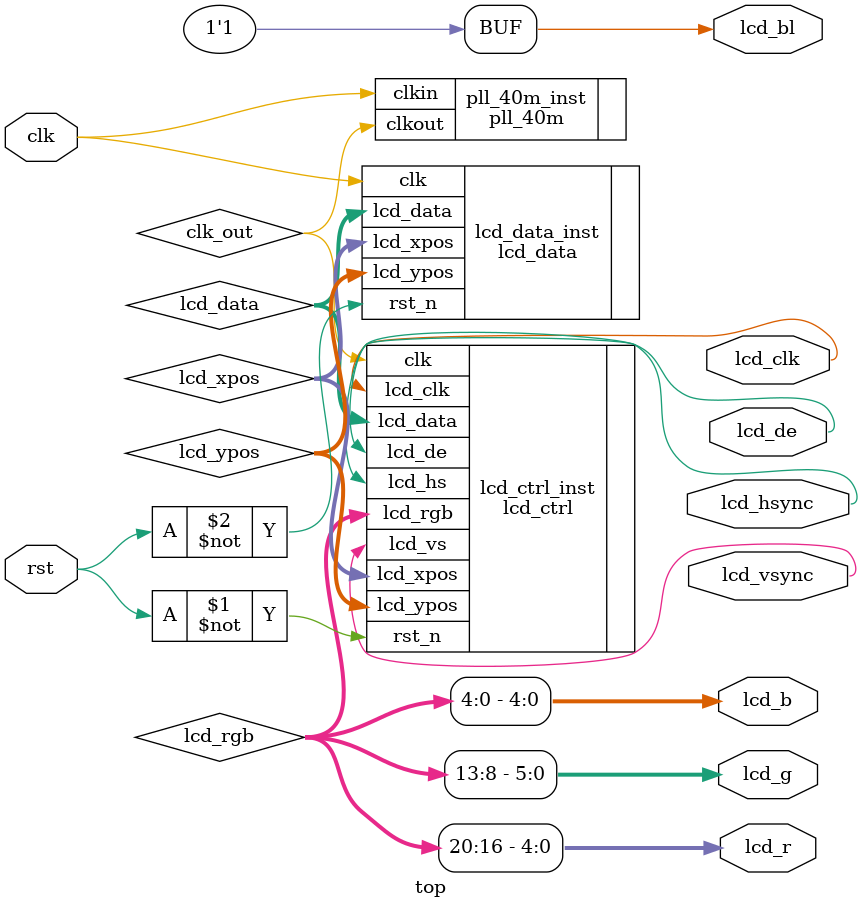
<source format=v>
module top (
    input           clk,
    input           rst,

	output [4:0]  	lcd_r,
	output [5:0]  	lcd_g,
	output [4:0]  	lcd_b,
    output          lcd_de,
    output          lcd_hsync,
    output          lcd_vsync,
    output          lcd_clk,
	output			lcd_bl
);

assign lcd_bl = 1'b1 ;

pll_40m pll_40m_inst(
    .clkout (clk_out),  //output clkout
    .clkin  (clk)     //input clkin
);

parameter para = 8 ;

wire [23:0] lcd_rgb  ;
wire [23:0] lcd_data ;

assign lcd_r[4:0] = lcd_rgb[4+ para*2:para*2];
assign lcd_g[5:0] = lcd_rgb[5+ para*1:para*1];
assign lcd_b[4:0] = lcd_rgb[4+ para*0:para*0];

wire	[11:0]	lcd_xpos;		
wire	[11:0]	lcd_ypos;		

lcd_ctrl lcd_ctrl_inst (
	.clk        (clk_out)    ,      //lcd clock
	.rst_n      (~rst)      ,      //sync reset
	.lcd_data   (lcd_data)   ,      //lcd data
	.lcd_clk    (lcd_clk)    ,      //lcd pixel clock
	.lcd_hs     (lcd_hsync)  ,	    //lcd horizontal sync
	.lcd_vs     (lcd_vsync)  ,	    //lcd vertical sync
	.lcd_de     (lcd_de)     ,	    //lcd display enable; 1:Display Enable Signal;0: Disable Ddsplay
	.lcd_rgb    (lcd_rgb)    ,      //lcd display data
	.lcd_xpos   (lcd_xpos)   ,      //lcd horizontal coordinate
	.lcd_ypos   (lcd_ypos)		    //lcd vertical coordinate
);

lcd_data lcd_data_inst( 
	.clk(clk),	
	.rst_n(~rst),	
	.lcd_xpos(lcd_xpos),	//lcd horizontal coordinate
	.lcd_ypos(lcd_ypos),	//lcd vertical coordinate
	
	.lcd_data(lcd_data)	    //lcd data
);

endmodule
</source>
